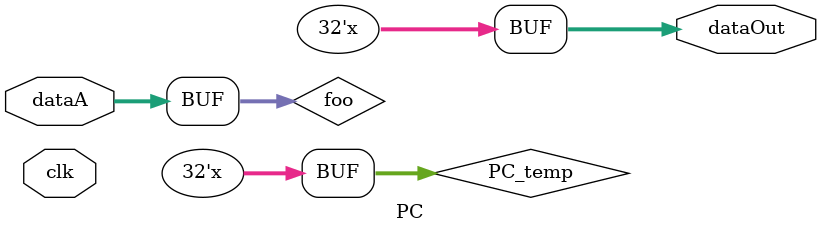
<source format=v>

module PC( dataOut, dataA, clk ) ;
  input clk ;
  input[31:0] dataA ;
  output[31:0] dataOut ;

  reg[31:0] PC_temp ;
  reg[31:0] foo ;


  always @( clk )
  begin
	PC_temp[31:0] = foo[31:0] ;
  	foo[31:0] = dataA[31:0] ;
  end
	
  assign dataOut[31:0] = PC_temp[31:0] ;
 
endmodule

</source>
